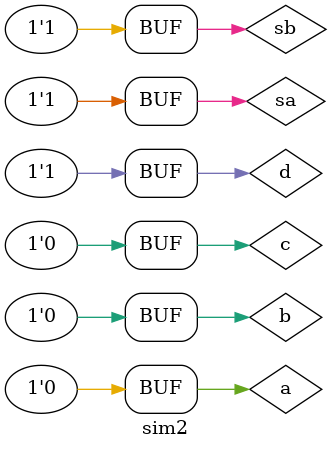
<source format=v>
module sim2();
reg sa; // since it is input of test bench, it is defined as reg.
reg sb;
reg a;
reg b;
reg c;
reg d;
wire y; // since it is output of test bench, it is defined as wire.
// instantiate the design block
DEMO abc(y,a,b,c,d,sa,sb);
always
begin
#5 a=0;
#5 b=0;
#5 c=0;
#5 d=0;//assigning the input to all zero.
#5 sa=0;
#5 sb=0;
#15 a =1; //changing the input bit 0.
#30 a =0;
#30 b =1;
#30 sb =1; // toggling the switch after 30ns to 1 to make sa = 0 and sb=1
#45 a =0;
#45 b =0;
#45 c=1;
#45 sb =0; // toggling the switch after 45ns to 1 to make sb = 0 and sa=1
#45 sa =1;
#60 a =0;
#60 b =0;
#60 c=0;
#60 c=0;
#60 d=1;
#60 sb =1; // toggling the switch after 60ns to 1 to make sa = 0 and sb=1
#60 sa =1 ;
end
endmodule
</source>
